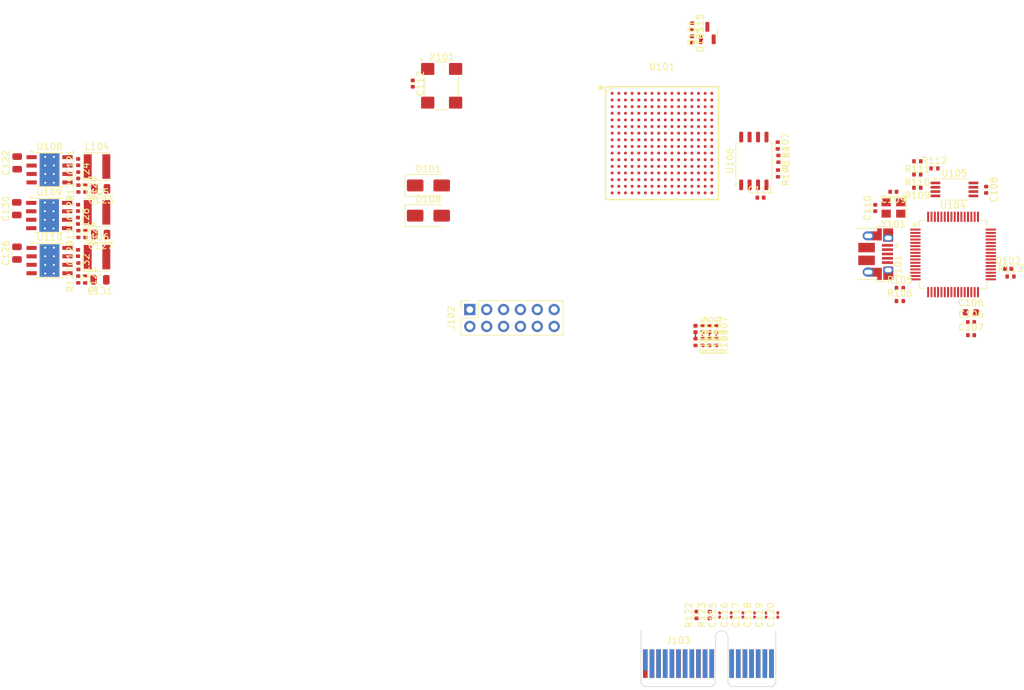
<source format=kicad_pcb>
(kicad_pcb (version 20240108) (generator "pcbnew") (generator_version "8.0")
  (layers (0 "F.Cu" signal) (31 "B.Cu" signal) (34 "B.Paste" user) (35 "F.Paste" user) (36 "B.SilkS" user "B.Silkscreen") (37 "F.SilkS" user "F.Silkscreen") (38 "B.Mask" user) (39 "F.Mask" user) (44 "Edge.Cuts" user))
  (net 0 "")
  (net 1 "GND")
  (net 2 "+1V0")
  (net 3 "+1V8")
  (net 4 "+3V3")
  (net 5 "Net-(U104-OSCI)")
  (net 6 "Net-(U104-OSCO)")
  (net 7 "Net-(D102-K)")
  (net 8 "Net-(D103-K)")
  (net 9 "Net-(D104-A)")
  (net 10 "Net-(D105-A)")
  (net 11 "Net-(D106-A)")
  (net 12 "Net-(D107-A)")
  (net 13 "/USB_D-")
  (net 15 "/USB_D+")
  (net 16 "/GPIO7")
  (net 17 "/GPIO2")
  (net 18 "/GPIO4")
  (net 19 "/GPIO0")
  (net 20 "/GPIO1")
  (net 21 "/GPIO3")
  (net 22 "/GPIO6")
  (net 23 "/GPIO5")
  (net 24 "Net-(Q101-D)")
  (net 25 "/DONE")
  (net 26 "Net-(U104-REF)")
  (net 27 "Net-(U104-~{RESET})")
  (net 28 "/FLASH_~{CS}")
  (net 29 "/FLASH_IO2")
  (net 30 "Net-(U105-DO)")
  (net 31 "Net-(U104-EECS)")
  (net 32 "Net-(U104-EECLK)")
  (net 33 "Net-(U104-EEDATA)")
  (net 34 "Net-(U104-~{SUSPEND})")
  (net 35 "/FLASH_IO3")
  (net 36 "/LED1")
  (net 37 "/LED2")
  (net 38 "/LED3")
  (net 39 "/LED4")
  (net 40 "/FTDI_1V8")
  (net 49 "/JTAG_TDO")
  (net 52 "/JTAG_TCK")
  (net 63 "/JTAG_TMS")
  (net 69 "/JTAG_TDI")
  (net 75 "/FLASH_IO1")
  (net 76 "/FLASH_IO0")
  (net 77 "/FLASH_CLK")
  (net 78 "/CLK125MHZ")
  (net 246 "Net-(J103-REFCLK+)")
  (net 247 "/REFCLK+")
  (net 248 "Net-(J103-REFCLK-)")
  (net 249 "/REFCLK-")
  (net 250 "Net-(J103-PETp0)")
  (net 251 "/PCIE_RX0+")
  (net 252 "/PCIE_RX0-")
  (net 253 "Net-(J103-PETn0)")
  (net 254 "/PCIE_TX0+")
  (net 255 "Net-(J103-PERp0)")
  (net 256 "/PCIE_TX0-")
  (net 257 "Net-(J103-PERn0)")
  (net 258 "Net-(U108-SW)")
  (net 259 "Net-(U108-BOOT)")
  (net 260 "/MAIN_PWR")
  (net 261 "Net-(U108-VCC)")
  (net 262 "Net-(U109-SW)")
  (net 263 "Net-(U109-BOOT)")
  (net 264 "Net-(U109-VCC)")
  (net 265 "Net-(U110-SW)")
  (net 266 "Net-(U110-BOOT)")
  (net 267 "Net-(U110-VCC)")
  (net 268 "/POWER")
  (net 269 "+12V")
  (net 270 "VBUS")
  (net 273 "/3V3_AUX")
  (net 281 "Net-(J103-~{PRSNT1})")
  (net 284 "/PCIE_~{PERST}")
  (net 285 "/PCIE_~{WAKE}")
  (net 286 "Net-(U109-FB)")
  (net 287 "Net-(U110-FB)")
  (net 288 "Net-(U108-FB)")
  (net 289 "Net-(U108-PG)")
  (net 290 "Net-(U109-PG)")
  (footprint "Capacitor_SMD:C_0402_1005Metric" (layer "F.Cu") (at -33.285 56.605 90)
    (property "Reference" "C129")
    (property "Value" "100n")
  )
  (footprint "LED_SMD:LED_0402_1005Metric" (layer "F.Cu") (at 60.725 68.05 -90)
    (property "Reference" "D105")
    (property "Value" "LED")
  )
  (footprint "Capacitor_SMD:C_0603_1608Metric" (layer "F.Cu") (at 101.135 65.545)
    (property "Reference" "C105")
    (property "Value" "22u")
  )
  (footprint "Resistor_SMD:R_0402_1005Metric" (layer "F.Cu") (at -32.185 46.905 -90)
    (property "Reference" "R128")
    (property "Value" "1k")
  )
  (footprint "Resistor_SMD:R_0402_1005Metric" (layer "F.Cu") (at 72.105 44.615 -90)
    (property "Reference" "R108")
    (property "Value" "10k")
  )
  (footprint "Capacitor_SMD:C_0201_0603Metric" (layer "F.Cu") (at 70.325 111.145 90)
    (property "Reference" "C119")
    (property "Value" "100n")
  )
  (footprint "Resistor_SMD:R_0402_1005Metric" (layer "F.Cu") (at 62.805 70.025 -90)
    (property "Reference" "R119")
    (property "Value" "220")
  )
  (footprint "Capacitor_SMD:C_0402_1005Metric" (layer "F.Cu") (at -33.295 51.745 -90)
    (property "Reference" "C128")
    (property "Value" "1u")
  )
  (footprint "Capacitor_SMD:C_0402_1005Metric" (layer "F.Cu") (at -33.235 58.595 -90)
    (property "Reference" "C132")
    (property "Value" "1u")
  )
  (footprint "Resistor_SMD:R_0402_1005Metric" (layer "F.Cu") (at 107.115 60.145)
    (property "Reference" "R113")
    (property "Value" "470")
  )
  (footprint "Connector_PCBEdge:BUS_PCIexpress_x1" (layer "F.Cu") (at 52.125 118.475)
    (property "Reference" "J103")
    (property "Value" "Bus_PCI_Express_x1")
    (fp_line (start -0.65 -4.95) (end -0.65 2.95) (stroke (width 0.1)) (layer "Edge.Cuts"))
    (fp_line (start -0.65 2.95) (end -0.15 3.45) (stroke (width 0.1)) (layer "Edge.Cuts"))
    (fp_line (start -0.15 3.45) (end 10.05 3.45) (stroke (width 0.1)) (layer "Edge.Cuts"))
    (fp_line (start 10.55 -4) (end 10.55 2.95) (stroke (width 0.1)) (layer "Edge.Cuts"))
    (fp_line (start 10.55 2.95) (end 10.05 3.45) (stroke (width 0.1)) (layer "Edge.Cuts"))
    (fp_line (start 12.45 -4) (end 12.45 2.95) (stroke (width 0.1)) (layer "Edge.Cuts"))
    (fp_line (start 12.45 2.95) (end 12.95 3.45) (stroke (width 0.1)) (layer "Edge.Cuts"))
    (fp_line (start 12.95 3.45) (end 19.15 3.45) (stroke (width 0.1)) (layer "Edge.Cuts"))
    (fp_line (start 19.65 -4.95) (end 19.65 2.95) (stroke (width 0.1)) (layer "Edge.Cuts"))
    (fp_line (start 19.65 2.95) (end 19.15 3.45) (stroke (width 0.1)) (layer "Edge.Cuts"))
    (fp_arc (start 10.55 -4) (mid 11.5 -4.95) (end 12.45 -4) (stroke (width 0.1)) (layer "Edge.Cuts"))
  )
  (footprint "Package_QFP:LQFP-64_10x10mm_P0.5mm" (layer "F.Cu") (at 98.465 56.825)
    (property "Reference" "U104")
    (property "Value" "FT2232HL")
  )
  (footprint "Capacitor_SMD:C_0201_0603Metric" (layer "F.Cu") (at 63.325 111.145 90)
    (property "Reference" "C115")
    (property "Value" "100n")
  )
  (footprint "Resistor_SMD:R_0402_1005Metric" (layer "F.Cu") (at 59.845 111.145 90)
    (property "Reference" "R122")
    (property "Value" "4.7k")
  )
  (footprint "Connector_PinSocket_2.54mm:PinSocket_2x06_P2.54mm_Vertical" (layer "F.Cu") (at 25.705 65.125 90)
    (property "Reference" "J102")
    (property "Value" "Conn_02x06_Odd_Even")
  )
  (footprint "Diode_SMD:D_SMA" (layer "F.Cu") (at 19.47 50.975)
    (property "Reference" "D108")
    (property "Value" "MBRA340")
  )
  (footprint "Capacitor_SMD:C_0402_1005Metric" (layer "F.Cu") (at -33.265 42.905 90)
    (property "Reference" "C121")
    (property "Value" "100n")
  )
  (footprint "Capacitor_SMD:C_0805_2012Metric" (layer "F.Cu") (at -29.875 46.935 180)
    (property "Reference" "C123")
    (property "Value" "22u")
  )
  (footprint "Resistor_SMD:R_0402_1005Metric" (layer "F.Cu") (at 90.455 61.855)
    (property "Reference" "R105")
    (property "Value" "12k")
  )
  (footprint "Capacitor_SMD:C_0402_1005Metric" (layer "F.Cu") (at -33.255 44.895 -90)
    (property "Reference" "C124")
    (property "Value" "1u")
  )
  (footprint "Resistor_SMD:R_0402_1005Metric" (layer "F.Cu") (at -32.175 53.755 -90)
    (property "Reference" "R124")
    (property "Value" "43k")
  )
  (footprint "Capacitor_SMD:C_0402_1005Metric" (layer "F.Cu") (at 103.445 47.075 -90)
    (property "Reference" "C108")
    (property "Value" "100n")
  )
  (footprint "Capacitor_SMD:C_0805_2012Metric" (layer "F.Cu") (at -42.445 43.025 90)
    (property "Reference" "C122")
    (property "Value" "22u")
  )
  (footprint "Capacitor_SMD:C_0402_1005Metric" (layer "F.Cu") (at 89.475 47.375 180)
    (property "Reference" "C109")
    (property "Value" "15p")
  )
  (footprint "LED_SMD:LED_0402_1005Metric" (layer "F.Cu") (at 62.805 68.05 -90)
    (property "Reference" "D107")
    (property "Value" "LED")
  )
  (footprint "Resistor_SMD:R_0402_1005Metric" (layer "F.Cu") (at 59.205 22.475 -90)
    (property "Reference" "R115")
    (property "Value" "470")
  )
  (footprint "Capacitor_SMD:C_0201_0603Metric" (layer "F.Cu") (at 72.075 111.145 90)
    (property "Reference" "C120")
    (property "Value" "100n")
  )
  (footprint "Resistor_SMD:R_0402_1005Metric" (layer "F.Cu") (at 72.065 40.405 -90)
    (property "Reference" "R107")
    (property "Value" "10k")
  )
  (footprint "Resistor_SMD:R_0402_1005Metric" (layer "F.Cu") (at -33.235 53.745 90)
    (property "Reference" "R125")
    (property "Value" "56k")
  )
  (footprint "easyeda2kicad:FBGA-256_L17.0-W17.0-R16-C16-P1.00-TL" (layer "F.Cu") (at 54.64025 40.05)
    (property "Reference" "U101")
    (property "Value" "XC7A35T-FTG256")
  )
  (footprint "Inductor_SMD:L_Taiyo-Yuden_NR-40xx" (layer "F.Cu") (at -30.425 57.225)
    (property "Reference" "L106")
    (property "Value" "2.2uH")
  )
  (footprint "Package_SO:Texas_HSOP-8-1EP_3.9x4.9mm_P1.27mm_ThermalVias" (layer "F.Cu") (at -37.575 44.065)
    (property "Reference" "U108")
    (property "Value" "LMR33630ADDA")
  )
  (footprint "Resistor_SMD:R_0402_1005Metric" (layer "F.Cu") (at -33.255 60.595 90)
    (property "Reference" "R127")
    (property "Value" "30k")
  )
  (footprint "Package_SO:SOIC-8_5.23x5.23mm_P1.27mm" (layer "F.Cu") (at 68.465 42.735 90)
    (property "Reference" "U106")
    (property "Value" "W25Q128JVS")
  )
  (footprint "Capacitor_SMD:C_0402_1005Metric" (layer "F.Cu") (at 101.175 68.985)
    (property "Reference" "C107")
    (property "Value" "100n")
  )
  (footprint "LED_SMD:LED_0402_1005Metric" (layer "F.Cu") (at 61.765 68.05 -90)
    (property "Reference" "D106")
    (property "Value" "LED")
  )
  (footprint "Resistor_SMD:R_0402_1005Metric" (layer "F.Cu") (at 61.835 111.145 90)
    (property "Reference" "R123")
    (property "Value" "4.7k")
  )
  (footprint "Capacitor_SMD:C_0201_0603Metric" (layer "F.Cu") (at 66.825 111.145 90)
    (property "Reference" "C117")
    (property "Value" "100n")
  )
  (footprint "Resistor_SMD:R_0402_1005Metric" (layer "F.Cu") (at 61.765 70.025 -90)
    (property "Reference" "R118")
    (property "Value" "220")
  )
  (footprint "Crystal:Crystal_SMD_3225-4Pin_3.2x2.5mm" (layer "F.Cu") (at 89.495 49.825 180)
    (property "Reference" "Y101")
    (property "Value" "ABM8-272-T3")
  )
  (footprint "Resistor_SMD:R_0402_1005Metric" (layer "F.Cu") (at 60.725 70.025 -90)
    (property "Reference" "R117")
    (property "Value" "220")
  )
  (footprint "Capacitor_SMD:C_0201_0603Metric" (layer "F.Cu") (at 65.075 111.145 90)
    (property "Reference" "C116")
    (property "Value" "100n")
  )
  (footprint "Resistor_SMD:R_0402_1005Metric" (layer "F.Cu") (at 93.085 42.785 180)
    (property "Reference" "R111")
    (property "Value" "10k")
  )
  (footprint "Inductor_SMD:L_Taiyo-Yuden_NR-40xx" (layer "F.Cu") (at -30.425 43.575)
    (property "Reference" "L104")
    (property "Value" "2.2uH")
  )
  (footprint "Resistor_SMD:R_0402_1005Metric" (layer "F.Cu") (at 93.085 46.765 180)
    (property "Reference" "R109")
    (property "Value" "10k")
  )
  (footprint "Capacitor_SMD:C_0402_1005Metric" (layer "F.Cu") (at 69.475 48.265)
    (property "Reference" "C111")
    (property "Value" "1u")
  )
  (footprint "Connector_USB:USB_Micro-B_Amphenol_10103594-0001LF_Horizontal" (layer "F.Cu") (at 86.825 56.775 -90)
    (property "Reference" "J101")
    (property "Value" "USB_B_Micro")
  )
  (footprint "Capacitor_SMD:C_0402_1005Metric" (layer "F.Cu") (at 17.115 31.075 -90)
    (property "Reference" "C112")
    (property "Value" "1u")
  )
  (footprint "Capacitor_SMD:C_0805_2012Metric" (layer "F.Cu") (at -29.975 60.645 180)
    (property "Reference" "C131")
    (property "Value" "22u")
  )
  (footprint "Package_SO:TSSOP-8_4.4x3mm_P0.65mm" (layer "F.Cu") (at 98.665 47.025)
    (property "Reference" "U105")
    (property "Value" "93CxxC")
  )
  (footprint "Diode_SMD:D_SMA" (layer "F.Cu") (at 19.47 46.425)
    (property "Reference" "D101")
    (property "Value" "MBRA340")
  )
  (footprint "Inductor_SMD:L_Taiyo-Yuden_NR-40xx" (layer "F.Cu") (at -30.425 50.475)
    (property "Reference" "L105")
    (property "Value" "2.2uH")
  )
  (footprint "LED_SMD:LED_0402_1005Metric" (layer "F.Cu") (at 59.185 24.45 -90)
    (property "Reference" "D103")
    (property "Value" "LED")
  )
  (footprint "Resistor_SMD:R_0402_1005Metric" (layer "F.Cu") (at 90.455 63.845)
    (property "Reference" "R106")
    (property "Value" "1k")
  )
  (footprint "Capacitor_SMD:C_0402_1005Metric" (layer "F.Cu") (at -33.275 49.805 90)
    (property "Reference" "C125")
    (property "Value" "100n")
  )
  (footprint "Resistor_SMD:R_0402_1005Metric" (layer "F.Cu") (at -33.225 46.895 90)
    (property "Reference" "R129")
    (property "Value" "150k")
  )
  (footprint "Resistor_SMD:R_0402_1005Metric" (layer "F.Cu") (at 93.085 44.775 180)
    (property "Reference" "R110")
    (property "Value" "10k")
  )
  (footprint "Capacitor_SMD:C_0402_1005Metric" (layer "F.Cu") (at 101.175 67.015)
    (property "Reference" "C106")
    (property "Value" "100n")
  )
  (footprint "Capacitor_SMD:C_0805_2012Metric" (layer "F.Cu") (at -42.475 56.625 90)
    (property "Reference" "C126")
    (property "Value" "22u")
  )
  (footprint "Capacitor_SMD:C_0805_2012Metric" (layer "F.Cu") (at -29.875 53.815 180)
    (property "Reference" "C127")
    (property "Value" "22u")
  )
  (footprint "Resistor_SMD:R_0402_1005Metric" (layer "F.Cu") (at 59.685 70.025 -90)
    (property "Reference" "R116")
    (property "Value" "220")
  )
  (footprint "Capacitor_SMD:C_0201_0603Metric" (layer "F.Cu") (at 68.575 111.145 90)
    (property "Reference" "C118")
    (property "Value" "100n")
  )
  (footprint "Package_TO_SOT_SMD:SOT-23" (layer "F.Cu") (at 61.47 23.465 90)
    (property "Reference" "Q101")
    (property "Value" "Q_NMOS_GSD")
  )
  (footprint "Resistor_SMD:R_0402_1005Metric" (layer "F.Cu") (at -32.205 60.605 -90)
    (property "Reference" "R126")
    (property "Value" "68k")
  )
  (footprint "Capacitor_SMD:C_0805_2012Metric" (layer "F.Cu") (at -42.505 49.925 90)
    (property "Reference" "C130")
    (property "Value" "22u")
  )
  (footprint "LED_SMD:LED_0402_1005Metric" (layer "F.Cu") (at 59.685 68.05 -90)
    (property "Reference" "D104")
    (property "Value" "LED")
  )
  (footprint "Resistor_SMD:R_0402_1005Metric" (layer "F.Cu") (at 95.665 43.855)
    (property "Reference" "R112")
    (property "Value" "2.2k")
  )
  (footprint "local_fps:Oscillator_SMD_7.0x5.0mm" (layer "F.Cu") (at 21.465 31.408114)
    (property "Reference" "X101")
    (property "Value" "125MHz" (hide yes))
  )
  (footprint "Capacitor_SMD:C_0402_1005Metric" (layer "F.Cu") (at 86.745 49.825 90)
    (property "Reference" "C110")
    (property "Value" "15p")
  )
  (footprint "Resistor_SMD:R_0402_1005Metric" (layer "F.Cu") (at 72.165 42.415 -90)
    (property "Reference" "R114")
    (property "Value" "10k")
  )
  (footprint "Package_SO:Texas_HSOP-8-1EP_3.9x4.9mm_P1.27mm_ThermalVias" (layer "F.Cu") (at -37.575 57.745)
    (property "Reference" "U110")
    (property "Value" "LMR33630ADDA")
  )
  (footprint "LED_SMD:LED_0402_1005Metric" (layer "F.Cu") (at 106.75 58.975)
    (property "Reference" "D102")
    (property "Value" "LED")
  )
  (footprint "Package_SO:Texas_HSOP-8-1EP_3.9x4.9mm_P1.27mm_ThermalVias" (layer "F.Cu") (at -37.625 50.955)
    (property "Reference" "U109")
    (property "Value" "LMR33630ADDA")
  )
  (segment (start 59.685 69.515) (end 59.685 68.535) (width 0.2) (layer "F.Cu") (net 9))
  (segment (start 60.725 69.515) (end 60.725 68.535) (width 0.2) (layer "F.Cu") (net 10))
  (segment (start 61.765 69.515) (end 61.765 68.535) (width 0.2) (layer "F.Cu") (net 11))
  (segment (start 62.805 69.515) (end 62.805 68.535) (width 0.2) (layer "F.Cu") (net 12))
)
</source>
